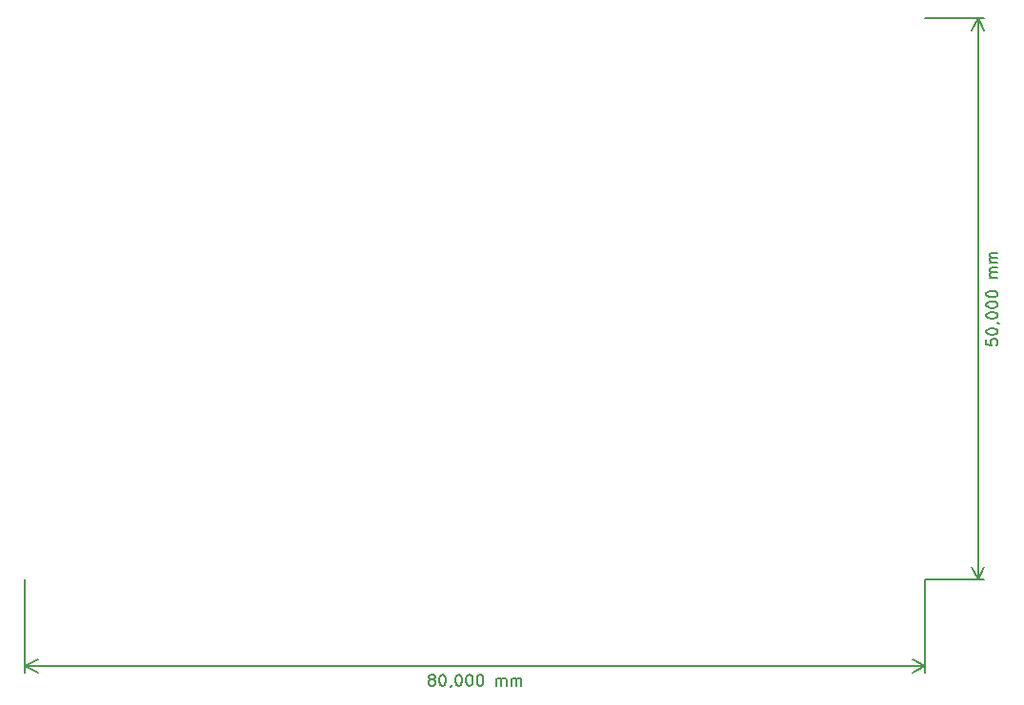
<source format=gbr>
G04 #@! TF.GenerationSoftware,KiCad,Pcbnew,5.1.4-3.fc30*
G04 #@! TF.CreationDate,2019-09-17T14:14:00+02:00*
G04 #@! TF.ProjectId,usbasp,75736261-7370-42e6-9b69-6361645f7063,2.0*
G04 #@! TF.SameCoordinates,Original*
G04 #@! TF.FileFunction,Other,Comment*
%FSLAX46Y46*%
G04 Gerber Fmt 4.6, Leading zero omitted, Abs format (unit mm)*
G04 Created by KiCad (PCBNEW 5.1.4-3.fc30) date 2019-09-17 14:14:00*
%MOMM*%
%LPD*%
G04 APERTURE LIST*
%ADD10C,0.150000*%
G04 APERTURE END LIST*
D10*
X143078740Y-92411047D02*
X143078740Y-92887238D01*
X143554931Y-92934857D01*
X143507312Y-92887238D01*
X143459693Y-92792000D01*
X143459693Y-92553904D01*
X143507312Y-92458666D01*
X143554931Y-92411047D01*
X143650169Y-92363428D01*
X143888264Y-92363428D01*
X143983502Y-92411047D01*
X144031121Y-92458666D01*
X144078740Y-92553904D01*
X144078740Y-92792000D01*
X144031121Y-92887238D01*
X143983502Y-92934857D01*
X143078740Y-91744380D02*
X143078740Y-91649142D01*
X143126360Y-91553904D01*
X143173979Y-91506285D01*
X143269217Y-91458666D01*
X143459693Y-91411047D01*
X143697788Y-91411047D01*
X143888264Y-91458666D01*
X143983502Y-91506285D01*
X144031121Y-91553904D01*
X144078740Y-91649142D01*
X144078740Y-91744380D01*
X144031121Y-91839619D01*
X143983502Y-91887238D01*
X143888264Y-91934857D01*
X143697788Y-91982476D01*
X143459693Y-91982476D01*
X143269217Y-91934857D01*
X143173979Y-91887238D01*
X143126360Y-91839619D01*
X143078740Y-91744380D01*
X144031121Y-90934857D02*
X144078740Y-90934857D01*
X144173979Y-90982476D01*
X144221598Y-91030095D01*
X143078740Y-90315809D02*
X143078740Y-90220571D01*
X143126360Y-90125333D01*
X143173979Y-90077714D01*
X143269217Y-90030095D01*
X143459693Y-89982476D01*
X143697788Y-89982476D01*
X143888264Y-90030095D01*
X143983502Y-90077714D01*
X144031121Y-90125333D01*
X144078740Y-90220571D01*
X144078740Y-90315809D01*
X144031121Y-90411047D01*
X143983502Y-90458666D01*
X143888264Y-90506285D01*
X143697788Y-90553904D01*
X143459693Y-90553904D01*
X143269217Y-90506285D01*
X143173979Y-90458666D01*
X143126360Y-90411047D01*
X143078740Y-90315809D01*
X143078740Y-89363428D02*
X143078740Y-89268190D01*
X143126360Y-89172952D01*
X143173979Y-89125333D01*
X143269217Y-89077714D01*
X143459693Y-89030095D01*
X143697788Y-89030095D01*
X143888264Y-89077714D01*
X143983502Y-89125333D01*
X144031121Y-89172952D01*
X144078740Y-89268190D01*
X144078740Y-89363428D01*
X144031121Y-89458666D01*
X143983502Y-89506285D01*
X143888264Y-89553904D01*
X143697788Y-89601523D01*
X143459693Y-89601523D01*
X143269217Y-89553904D01*
X143173979Y-89506285D01*
X143126360Y-89458666D01*
X143078740Y-89363428D01*
X143078740Y-88411047D02*
X143078740Y-88315809D01*
X143126360Y-88220571D01*
X143173979Y-88172952D01*
X143269217Y-88125333D01*
X143459693Y-88077714D01*
X143697788Y-88077714D01*
X143888264Y-88125333D01*
X143983502Y-88172952D01*
X144031121Y-88220571D01*
X144078740Y-88315809D01*
X144078740Y-88411047D01*
X144031121Y-88506285D01*
X143983502Y-88553904D01*
X143888264Y-88601523D01*
X143697788Y-88649142D01*
X143459693Y-88649142D01*
X143269217Y-88601523D01*
X143173979Y-88553904D01*
X143126360Y-88506285D01*
X143078740Y-88411047D01*
X144078740Y-86887238D02*
X143412074Y-86887238D01*
X143507312Y-86887238D02*
X143459693Y-86839619D01*
X143412074Y-86744380D01*
X143412074Y-86601523D01*
X143459693Y-86506285D01*
X143554931Y-86458666D01*
X144078740Y-86458666D01*
X143554931Y-86458666D02*
X143459693Y-86411047D01*
X143412074Y-86315809D01*
X143412074Y-86172952D01*
X143459693Y-86077714D01*
X143554931Y-86030095D01*
X144078740Y-86030095D01*
X144078740Y-85553904D02*
X143412074Y-85553904D01*
X143507312Y-85553904D02*
X143459693Y-85506285D01*
X143412074Y-85411047D01*
X143412074Y-85268190D01*
X143459693Y-85172952D01*
X143554931Y-85125333D01*
X144078740Y-85125333D01*
X143554931Y-85125333D02*
X143459693Y-85077714D01*
X143412074Y-84982476D01*
X143412074Y-84839619D01*
X143459693Y-84744380D01*
X143554931Y-84696761D01*
X144078740Y-84696761D01*
X142326360Y-113792000D02*
X142326360Y-63792000D01*
X137658000Y-113792000D02*
X142912781Y-113792000D01*
X137658000Y-63792000D02*
X142912781Y-63792000D01*
X142326360Y-63792000D02*
X142912781Y-64918504D01*
X142326360Y-63792000D02*
X141739939Y-64918504D01*
X142326360Y-113792000D02*
X142912781Y-112665496D01*
X142326360Y-113792000D02*
X141739939Y-112665496D01*
X93705619Y-122658992D02*
X93610380Y-122611373D01*
X93562761Y-122563754D01*
X93515142Y-122468516D01*
X93515142Y-122420897D01*
X93562761Y-122325659D01*
X93610380Y-122278040D01*
X93705619Y-122230420D01*
X93896095Y-122230420D01*
X93991333Y-122278040D01*
X94038952Y-122325659D01*
X94086571Y-122420897D01*
X94086571Y-122468516D01*
X94038952Y-122563754D01*
X93991333Y-122611373D01*
X93896095Y-122658992D01*
X93705619Y-122658992D01*
X93610380Y-122706611D01*
X93562761Y-122754230D01*
X93515142Y-122849468D01*
X93515142Y-123039944D01*
X93562761Y-123135182D01*
X93610380Y-123182801D01*
X93705619Y-123230420D01*
X93896095Y-123230420D01*
X93991333Y-123182801D01*
X94038952Y-123135182D01*
X94086571Y-123039944D01*
X94086571Y-122849468D01*
X94038952Y-122754230D01*
X93991333Y-122706611D01*
X93896095Y-122658992D01*
X94705619Y-122230420D02*
X94800857Y-122230420D01*
X94896095Y-122278040D01*
X94943714Y-122325659D01*
X94991333Y-122420897D01*
X95038952Y-122611373D01*
X95038952Y-122849468D01*
X94991333Y-123039944D01*
X94943714Y-123135182D01*
X94896095Y-123182801D01*
X94800857Y-123230420D01*
X94705619Y-123230420D01*
X94610380Y-123182801D01*
X94562761Y-123135182D01*
X94515142Y-123039944D01*
X94467523Y-122849468D01*
X94467523Y-122611373D01*
X94515142Y-122420897D01*
X94562761Y-122325659D01*
X94610380Y-122278040D01*
X94705619Y-122230420D01*
X95515142Y-123182801D02*
X95515142Y-123230420D01*
X95467523Y-123325659D01*
X95419904Y-123373278D01*
X96134190Y-122230420D02*
X96229428Y-122230420D01*
X96324666Y-122278040D01*
X96372285Y-122325659D01*
X96419904Y-122420897D01*
X96467523Y-122611373D01*
X96467523Y-122849468D01*
X96419904Y-123039944D01*
X96372285Y-123135182D01*
X96324666Y-123182801D01*
X96229428Y-123230420D01*
X96134190Y-123230420D01*
X96038952Y-123182801D01*
X95991333Y-123135182D01*
X95943714Y-123039944D01*
X95896095Y-122849468D01*
X95896095Y-122611373D01*
X95943714Y-122420897D01*
X95991333Y-122325659D01*
X96038952Y-122278040D01*
X96134190Y-122230420D01*
X97086571Y-122230420D02*
X97181809Y-122230420D01*
X97277047Y-122278040D01*
X97324666Y-122325659D01*
X97372285Y-122420897D01*
X97419904Y-122611373D01*
X97419904Y-122849468D01*
X97372285Y-123039944D01*
X97324666Y-123135182D01*
X97277047Y-123182801D01*
X97181809Y-123230420D01*
X97086571Y-123230420D01*
X96991333Y-123182801D01*
X96943714Y-123135182D01*
X96896095Y-123039944D01*
X96848476Y-122849468D01*
X96848476Y-122611373D01*
X96896095Y-122420897D01*
X96943714Y-122325659D01*
X96991333Y-122278040D01*
X97086571Y-122230420D01*
X98038952Y-122230420D02*
X98134190Y-122230420D01*
X98229428Y-122278040D01*
X98277047Y-122325659D01*
X98324666Y-122420897D01*
X98372285Y-122611373D01*
X98372285Y-122849468D01*
X98324666Y-123039944D01*
X98277047Y-123135182D01*
X98229428Y-123182801D01*
X98134190Y-123230420D01*
X98038952Y-123230420D01*
X97943714Y-123182801D01*
X97896095Y-123135182D01*
X97848476Y-123039944D01*
X97800857Y-122849468D01*
X97800857Y-122611373D01*
X97848476Y-122420897D01*
X97896095Y-122325659D01*
X97943714Y-122278040D01*
X98038952Y-122230420D01*
X99562761Y-123230420D02*
X99562761Y-122563754D01*
X99562761Y-122658992D02*
X99610380Y-122611373D01*
X99705619Y-122563754D01*
X99848476Y-122563754D01*
X99943714Y-122611373D01*
X99991333Y-122706611D01*
X99991333Y-123230420D01*
X99991333Y-122706611D02*
X100038952Y-122611373D01*
X100134190Y-122563754D01*
X100277047Y-122563754D01*
X100372285Y-122611373D01*
X100419904Y-122706611D01*
X100419904Y-123230420D01*
X100896095Y-123230420D02*
X100896095Y-122563754D01*
X100896095Y-122658992D02*
X100943714Y-122611373D01*
X101038952Y-122563754D01*
X101181809Y-122563754D01*
X101277047Y-122611373D01*
X101324666Y-122706611D01*
X101324666Y-123230420D01*
X101324666Y-122706611D02*
X101372285Y-122611373D01*
X101467523Y-122563754D01*
X101610380Y-122563754D01*
X101705619Y-122611373D01*
X101753238Y-122706611D01*
X101753238Y-123230420D01*
X57658000Y-121478040D02*
X137658000Y-121478040D01*
X57658000Y-113792000D02*
X57658000Y-122064461D01*
X137658000Y-113792000D02*
X137658000Y-122064461D01*
X137658000Y-121478040D02*
X136531496Y-122064461D01*
X137658000Y-121478040D02*
X136531496Y-120891619D01*
X57658000Y-121478040D02*
X58784504Y-122064461D01*
X57658000Y-121478040D02*
X58784504Y-120891619D01*
M02*

</source>
